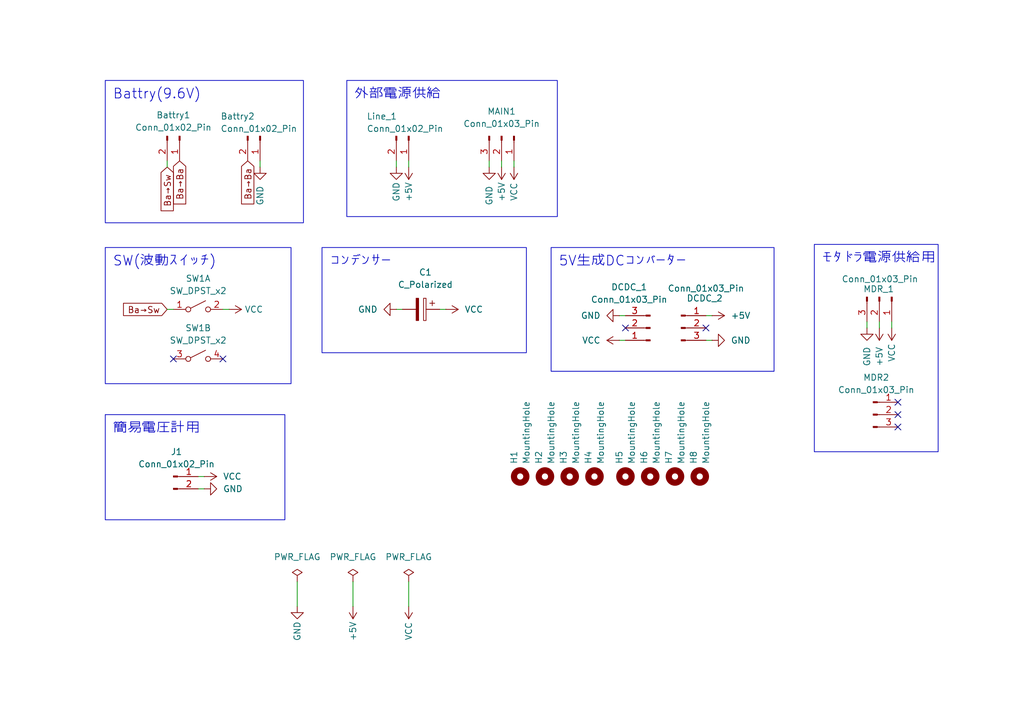
<source format=kicad_sch>
(kicad_sch (version 20250114) (generator "eeschema") (generator_version "9.0")
  (paper "A5")
  (lib_symbols
    (symbol "Connector:Conn_01x02_Pin" (pin_names (offset 1.016) (hide yes))
      (property "Reference" "J" (at 0 2.54 0))
      (property "Value" "Conn_01x02_Pin" (at 0 -5.08 0))
      (symbol "Conn_01x02_Pin_1_1"
        (rectangle (start 0.8636 0.127) (end 0 -0.127) (stroke (width 0.1524)) (fill (type outline)))
        (rectangle (start 0.8636 -2.413) (end 0 -2.667) (stroke (width 0.1524)) (fill (type outline)))
        (polyline (pts (xy 1.27 0) (xy 0.8636 0)) (stroke (width 0.1524)))
        (polyline (pts (xy 1.27 -2.54) (xy 0.8636 -2.54)) (stroke (width 0.1524)))
        (pin passive line (at 5.08 0 180) (length 3.81) (name "Pin_1") (number "1"))
        (pin passive line (at 5.08 -2.54 180) (length 3.81) (name "Pin_2") (number "2"))
      )
    )
    (symbol "Connector:Conn_01x03_Pin" (pin_names (offset 1.016) (hide yes))
      (property "Reference" "J" (at 0 5.08 0))
      (property "Value" "Conn_01x03_Pin" (at 0 -5.08 0))
      (symbol "Conn_01x03_Pin_1_1"
        (rectangle (start 0.8636 2.667) (end 0 2.413) (stroke (width 0.1524)) (fill (type outline)))
        (rectangle (start 0.8636 0.127) (end 0 -0.127) (stroke (width 0.1524)) (fill (type outline)))
        (rectangle (start 0.8636 -2.413) (end 0 -2.667) (stroke (width 0.1524)) (fill (type outline)))
        (polyline (pts (xy 1.27 2.54) (xy 0.8636 2.54)) (stroke (width 0.1524)))
        (polyline (pts (xy 1.27 0) (xy 0.8636 0)) (stroke (width 0.1524)))
        (polyline (pts (xy 1.27 -2.54) (xy 0.8636 -2.54)) (stroke (width 0.1524)))
        (pin passive line (at 5.08 2.54 180) (length 3.81) (name "Pin_1") (number "1"))
        (pin passive line (at 5.08 0 180) (length 3.81) (name "Pin_2") (number "2"))
        (pin passive line (at 5.08 -2.54 180) (length 3.81) (name "Pin_3") (number "3"))
      )
    )
    (symbol "Device:C_Polarized" (pin_numbers (hide yes)) (pin_names (offset 0.254))
      (property "Reference" "C" (at 0.635 2.54 0))
      (property "Value" "C_Polarized" (at 0.635 -2.54 0))
      (symbol "C_Polarized_0_1"
        (rectangle (start -2.286 0.508) (end 2.286 1.016))
        (polyline (pts (xy -1.778 2.286) (xy -0.762 2.286)))
        (polyline (pts (xy -1.27 2.794) (xy -1.27 1.778)))
        (rectangle (start 2.286 -0.508) (end -2.286 -1.016) (fill (type outline)))
      )
      (symbol "C_Polarized_1_1"
        (pin passive line (at 0 3.81 270) (length 2.794) (name "~") (number "1"))
        (pin passive line (at 0 -3.81 90) (length 2.794) (name "~") (number "2"))
      )
    )
    (symbol "Mechanical:MountingHole" (pin_names (offset 1.016)) (exclude_from_sim yes) (in_bom no)
      (property "Reference" "H" (at 0 5.08 0))
      (property "Value" "MountingHole" (at 0 3.175 0))
      (symbol "MountingHole_0_1"
        (circle (center 0 0) (radius 1.27) (stroke (width 1.27)))
      )
    )
    (symbol "Switch:SW_DPST_x2" (pin_names (offset 0) (hide yes))
      (property "Reference" "SW" (at 0 3.175 0))
      (property "Value" "SW_DPST_x2" (at 0 -2.54 0))
      (symbol "SW_DPST_x2_0_0"
        (circle (center -2.032 0) (radius 0.508))
        (polyline (pts (xy -1.524 0.254) (xy 1.524 1.778)))
        (circle (center 2.032 0) (radius 0.508))
      )
      (symbol "SW_DPST_x2_1_1"
        (pin passive line (at -5.08 0 0) (length 2.54) (name "A") (number "1"))
        (pin passive line (at 5.08 0 180) (length 2.54) (name "B") (number "2"))
      )
      (symbol "SW_DPST_x2_2_1"
        (pin passive line (at -5.08 0 0) (length 2.54) (name "A") (number "3"))
        (pin passive line (at 5.08 0 180) (length 2.54) (name "B") (number "4"))
      )
    )
    (symbol "power:+5V" (power) (pin_numbers (hide yes)) (pin_names (offset 0) (hide yes))
      (property "Value" "+5V" (at 0 3.556 0))
      (symbol "+5V_0_1"
        (polyline (pts (xy -0.762 1.27) (xy 0 2.54)))
        (polyline (pts (xy 0 2.54) (xy 0.762 1.27)))
        (polyline (pts (xy 0 0) (xy 0 2.54)))
      )
      (symbol "+5V_1_1"
        (pin power_in line (at 0 0 90) (length 0) (name "~") (number "1"))
      )
    )
    (symbol "power:GND" (power) (pin_numbers (hide yes)) (pin_names (offset 0) (hide yes))
      (property "Value" "GND" (at 0 -3.81 0))
      (symbol "GND_0_1"
        (polyline (pts (xy 0 0) (xy 0 -1.27) (xy 1.27 -1.27) (xy 0 -2.54) (xy -1.27 -1.27) (xy 0 -1.27)))
      )
      (symbol "GND_1_1"
        (pin power_in line (at 0 0 270) (length 0) (name "~") (number "1"))
      )
    )
    (symbol "power:PWR_FLAG" (power) (pin_numbers (hide yes)) (pin_names (offset 0) (hide yes))
      (property "Value" "PWR_FLAG" (at 0 3.81 0))
      (symbol "PWR_FLAG_0_0"
        (pin power_out line (at 0 0 90) (length 0) (name "~") (number "1"))
      )
      (symbol "PWR_FLAG_0_1"
        (polyline (pts (xy 0 0) (xy 0 1.27) (xy -1.016 1.905) (xy 0 2.54) (xy 1.016 1.905) (xy 0 1.27)))
      )
    )
    (symbol "power:VCC" (power) (pin_numbers (hide yes)) (pin_names (offset 0) (hide yes))
      (property "Value" "VCC" (at 0 3.556 0))
      (symbol "VCC_0_1"
        (polyline (pts (xy -0.762 1.27) (xy 0 2.54)))
        (polyline (pts (xy 0 2.54) (xy 0.762 1.27)))
        (polyline (pts (xy 0 0) (xy 0 2.54)))
      )
      (symbol "VCC_1_1"
        (pin power_in line (at 0 0 90) (length 0) (name "~") (number "1"))
      )
    )
  )
  (text_box "5V生成DCコンバーター" (at 113.03 50.8 0) (size 45.72 25.4) (margins 1.5 1.5 1.5 1.5) (effects (font (size 2 2)) (justify left top)))
  (text_box "簡易電圧計用" (at 21.59 85.09 0) (size 36.83 21.59) (margins 1.5 1.5 1.5 1.5) (effects (font (size 2 2)) (justify left top)))
  (text_box "外部電源供給" (at 71.12 16.51 0) (size 43.18 27.94) (margins 1.5 1.5 1.5 1.5) (effects (font (size 2 2)) (justify left top)))
  (text_box "SW(波動スイッチ)" (at 21.59 50.8 0) (size 38.1 27.94) (margins 1.5 1.5 1.5 1.5) (effects (font (size 2 2)) (justify left top)))
  (text_box "Battry(9.6V)" (at 21.59 16.51 0) (size 40.64 29.21) (margins 1.5 1.5 1.5 1.5) (effects (font (size 2 2)) (justify left top)))
  (text_box "モタドラ電源供給用" (at 167.005 50.165 0) (size 25.4 42.545) (margins 1.5 1.5 1.5 1.5) (effects (font (size 2 2)) (justify left top)))
  (text_box "コンデンサー" (at 66.04 50.8 0) (size 41.91 21.59) (margins 1.5 1.5 1.5 1.5) (effects (font (size 2 2)) (justify left top)))
  (no_connect (at 184.15 82.55))
  (no_connect (at 35.56 73.66))
  (no_connect (at 144.78 67.31))
  (no_connect (at 128.27 67.31))
  (no_connect (at 184.15 85.09))
  (no_connect (at 45.72 73.66))
  (no_connect (at 184.15 87.63))
  (wire (pts (xy 182.88 67.31) (xy 182.88 66.04)))
  (wire (pts (xy 146.05 69.85) (xy 144.78 69.85)))
  (wire (pts (xy 102.87 33.02) (xy 102.87 34.29)))
  (wire (pts (xy 72.39 119.38) (xy 72.39 124.46)))
  (wire (pts (xy 34.29 34.29) (xy 34.29 33.02)))
  (wire (pts (xy 41.91 97.79) (xy 40.64 97.79)))
  (wire (pts (xy 83.82 33.02) (xy 83.82 34.29)))
  (wire (pts (xy 91.44 63.5) (xy 90.17 63.5)))
  (wire (pts (xy 105.41 33.02) (xy 105.41 34.29)))
  (wire (pts (xy 81.28 33.02) (xy 81.28 34.29)))
  (wire (pts (xy 81.28 63.5) (xy 82.55 63.5)))
  (wire (pts (xy 60.96 119.38) (xy 60.96 124.46)))
  (wire (pts (xy 45.72 63.5) (xy 46.99 63.5)))
  (wire (pts (xy 146.05 64.77) (xy 144.78 64.77)))
  (wire (pts (xy 34.29 63.5) (xy 35.56 63.5)))
  (wire (pts (xy 53.34 33.02) (xy 53.34 34.29)))
  (wire (pts (xy 177.8 67.31) (xy 177.8 66.04)))
  (wire (pts (xy 127 64.77) (xy 128.27 64.77)))
  (wire (pts (xy 100.33 33.02) (xy 100.33 34.29)))
  (wire (pts (xy 180.34 67.31) (xy 180.34 66.04)))
  (wire (pts (xy 127 69.85) (xy 128.27 69.85)))
  (wire (pts (xy 41.91 100.33) (xy 40.64 100.33)))
  (wire (pts (xy 83.82 119.38) (xy 83.82 124.46)))
  (global_label "Ba→Sw" (shape input) (at 34.29 63.5 180) (property "Intersheetrefs" "${INTERSHEET_REFS}" (effects (hide yes))))
  (global_label "Ba→Ba" (shape input) (at 50.8 33.02 270) (property "Intersheetrefs" "${INTERSHEET_REFS}" (effects (hide yes))))
  (global_label "Ba→Sw" (shape input) (at 34.29 34.29 270) (property "Intersheetrefs" "${INTERSHEET_REFS}" (effects (hide yes))))
  (global_label "Ba→Ba" (shape input) (at 36.83 33.02 270) (property "Intersheetrefs" "${INTERSHEET_REFS}" (effects (hide yes))))
  (symbol (lib_id "Switch:SW_DPST_x2") (at 40.64 63.5 0) (unit 1)
    (property "Reference" "SW1" (at 40.64 57.15 0))
    (property "Value" "SW_DPST_x2" (at 40.64 59.69 0))
    (property "Footprint" "Connector_AMASS:AMASS_XT30U-M_1x02_P5.0mm_Vertical" (effects (hide yes)))
    (property "Description" "Single Pole Single Throw (SPST) switch, separate symbol" (effects (hide yes)))
  )
  (symbol (lib_id "power:+5V") (at 83.82 34.29 180) (unit 1)
    (property "Reference" "#PWR06" (effects (hide yes)))
    (property "Value" "+5V" (at 83.82 39.37 90))
    (property "Description" "Power symbol creates a global label with name \"+5V\"" (effects (hide yes)))
  )
  (symbol (lib_id "Connector:Conn_01x03_Pin") (at 179.07 85.09 0) (unit 1)
    (property "Reference" "MDR2" (at 179.705 77.47 0))
    (property "Value" "Conn_01x03_Pin" (at 179.705 80.01 0))
    (property "Footprint" "Connector_JST:JST_XH_B3B-XH-A_1x03_P2.50mm_Vertical" (effects (hide yes)))
    (property "Description" "Generic connector, single row, 01x03, script generated" (effects (hide yes)))
  )
  (symbol (lib_id "Connector:Conn_01x02_Pin") (at 36.83 27.94 270) (unit 1)
    (property "Reference" "Battry1" (at 35.56 23.622 90))
    (property "Value" "Conn_01x02_Pin" (at 35.56 26.162 90))
    (property "Footprint" "Connector_AMASS:AMASS_XT30U-M_1x02_P5.0mm_Vertical" (effects (hide yes)))
    (property "Description" "Generic connector, single row, 01x02, script generated" (effects (hide yes)))
  )
  (symbol (lib_id "Connector:Conn_01x03_Pin") (at 133.35 67.31 180) (unit 1)
    (property "Reference" "DCDC_1" (at 129.032 58.928 0))
    (property "Value" "Conn_01x03_Pin" (at 129.032 61.468 0))
    (property "Footprint" "Connector_PinSocket_2.54mm:PinSocket_1x03_P2.54mm_Vertical" (effects (hide yes)))
    (property "Description" "Generic connector, single row, 01x03, script generated" (effects (hide yes)))
  )
  (symbol (lib_id "Mechanical:MountingHole") (at 106.68 97.79 90) (unit 1) (exclude_from_sim yes) (in_bom no)
    (property "Reference" "H1" (at 105.4099 95.25 0) (effects (justify left)))
    (property "Value" "MountingHole" (at 107.9499 95.25 0) (effects (justify left)))
    (property "Footprint" "MountingHole:MountingHole_3.2mm_M3" (effects (hide yes)))
    (property "Description" "Mounting Hole without connection" (effects (hide yes)))
  )
  (symbol (lib_id "power:+5V") (at 146.05 64.77 270) (unit 1)
    (property "Reference" "#PWR019" (effects (hide yes)))
    (property "Value" "+5V" (at 149.86 64.7699 90) (effects (justify left)))
    (property "Description" "Power symbol creates a global label with name \"+5V\"" (effects (hide yes)))
  )
  (symbol (lib_id "power:VCC") (at 127 69.85 90) (unit 1)
    (property "Reference" "#PWR02" (effects (hide yes)))
    (property "Value" "VCC" (at 123.19 69.8501 90) (effects (justify left)))
    (property "Description" "Power symbol creates a global label with name \"VCC\"" (effects (hide yes)))
  )
  (symbol (lib_id "Mechanical:MountingHole") (at 128.27 97.79 90) (unit 1) (exclude_from_sim yes) (in_bom no)
    (property "Reference" "H5" (at 126.9999 95.25 0) (effects (justify left)))
    (property "Value" "MountingHole" (at 129.5399 95.25 0) (effects (justify left)))
    (property "Footprint" "MountingHole:MountingHole_3.2mm_M3" (effects (hide yes)))
    (property "Description" "Mounting Hole without connection" (effects (hide yes)))
  )
  (symbol (lib_id "power:VCC") (at 46.99 63.5 270) (unit 1)
    (property "Reference" "#PWR017" (effects (hide yes)))
    (property "Value" "VCC" (at 52.07 63.5 90))
    (property "Description" "Power symbol creates a global label with name \"VCC\"" (effects (hide yes)))
  )
  (symbol (lib_id "Mechanical:MountingHole") (at 111.76 97.79 90) (unit 1) (exclude_from_sim yes) (in_bom no)
    (property "Reference" "H2" (at 110.4899 95.25 0) (effects (justify left)))
    (property "Value" "MountingHole" (at 113.0299 95.25 0) (effects (justify left)))
    (property "Footprint" "MountingHole:MountingHole_3.2mm_M3" (effects (hide yes)))
    (property "Description" "Mounting Hole without connection" (effects (hide yes)))
  )
  (symbol (lib_id "Mechanical:MountingHole") (at 116.84 97.79 90) (unit 1) (exclude_from_sim yes) (in_bom no)
    (property "Reference" "H3" (at 115.5699 95.25 0) (effects (justify left)))
    (property "Value" "MountingHole" (at 118.1099 95.25 0) (effects (justify left)))
    (property "Footprint" "MountingHole:MountingHole_3.2mm_M3" (effects (hide yes)))
    (property "Description" "Mounting Hole without connection" (effects (hide yes)))
  )
  (symbol (lib_id "Device:C_Polarized") (at 86.36 63.5 270) (unit 1)
    (property "Reference" "C1" (at 87.249 55.88 90))
    (property "Value" "C_Polarized" (at 87.249 58.42 90))
    (property "Footprint" "Capacitor_SMD:CP_Elec_10x10.5" (effects (hide yes)))
    (property "Description" "Polarized capacitor" (effects (hide yes)))
  )
  (symbol (lib_id "power:GND") (at 100.33 34.29 0) (unit 1)
    (property "Reference" "#PWR07" (effects (hide yes)))
    (property "Value" "GND" (at 100.3301 38.1 90) (effects (justify right)))
    (property "Description" "Power symbol creates a global label with name \"GND\" , ground" (effects (hide yes)))
  )
  (symbol (lib_id "power:GND") (at 41.91 100.33 90) (unit 1)
    (property "Reference" "#PWR014" (effects (hide yes)))
    (property "Value" "GND" (at 45.72 100.3299 90) (effects (justify right)))
    (property "Description" "Power symbol creates a global label with name \"GND\" , ground" (effects (hide yes)))
  )
  (symbol (lib_id "power:GND") (at 127 64.77 270) (unit 1)
    (property "Reference" "#PWR020" (effects (hide yes)))
    (property "Value" "GND" (at 123.19 64.7701 90) (effects (justify right)))
    (property "Description" "Power symbol creates a global label with name \"GND\" , ground" (effects (hide yes)))
  )
  (symbol (lib_id "Connector:Conn_01x02_Pin") (at 35.56 97.79 0) (unit 1)
    (property "Reference" "J1" (at 36.195 92.71 0))
    (property "Value" "Conn_01x02_Pin" (at 36.195 95.25 0))
    (property "Footprint" "Connector_PinHeader_2.54mm:PinHeader_1x02_P2.54mm_Vertical" (effects (hide yes)))
    (property "Description" "Generic connector, single row, 01x02, script generated" (effects (hide yes)))
  )
  (symbol (lib_id "power:+5V") (at 102.87 34.29 180) (unit 1)
    (property "Reference" "#PWR011" (effects (hide yes)))
    (property "Value" "+5V" (at 102.87 39.37 90))
    (property "Description" "Power symbol creates a global label with name \"+5V\"" (effects (hide yes)))
  )
  (symbol (lib_id "power:GND") (at 53.34 34.29 0) (unit 1)
    (property "Reference" "#PWR03" (effects (hide yes)))
    (property "Value" "GND" (at 53.3401 38.1 90) (effects (justify right)))
    (property "Description" "Power symbol creates a global label with name \"GND\" , ground" (effects (hide yes)))
  )
  (symbol (lib_id "power:+5V") (at 180.34 67.31 180) (unit 1)
    (property "Reference" "#PWR04" (effects (hide yes)))
    (property "Value" "+5V" (at 180.3399 71.12 90) (effects (justify left)))
    (property "Description" "Power symbol creates a global label with name \"+5V\"" (effects (hide yes)))
  )
  (symbol (lib_id "power:+5V") (at 72.39 124.46 180) (unit 1)
    (property "Reference" "#PWR010" (effects (hide yes)))
    (property "Value" "+5V" (at 72.39 129.54 90))
    (property "Description" "Power symbol creates a global label with name \"+5V\"" (effects (hide yes)))
  )
  (symbol (lib_id "power:PWR_FLAG") (at 83.82 119.38 0) (unit 1)
    (property "Reference" "#FLG03" (effects (hide yes)))
    (property "Value" "PWR_FLAG" (at 83.82 114.3 0))
    (property "Description" "Special symbol for telling ERC where power comes from" (effects (hide yes)))
  )
  (symbol (lib_id "Connector:Conn_01x02_Pin") (at 83.82 27.94 270) (unit 1)
    (property "Reference" "Line_1" (at 75.184 23.876 90) (effects (justify left)))
    (property "Value" "Conn_01x02_Pin" (at 75.184 26.416 90) (effects (justify left)))
    (property "Footprint" "Connector_JST:JST_XH_S2B-XH-A_1x02_P2.50mm_Horizontal" (effects (hide yes)))
    (property "Description" "Generic connector, single row, 01x02, script generated" (effects (hide yes)))
  )
  (symbol (lib_id "Connector:Conn_01x03_Pin") (at 139.7 67.31 0) (unit 1)
    (property "Reference" "DCDC_2" (at 144.526 61.214 0))
    (property "Value" "Conn_01x03_Pin" (at 144.78 59.182 0))
    (property "Footprint" "Connector_PinSocket_2.54mm:PinSocket_1x03_P2.54mm_Vertical" (effects (hide yes)))
    (property "Description" "Generic connector, single row, 01x03, script generated" (effects (hide yes)))
  )
  (symbol (lib_id "power:PWR_FLAG") (at 60.96 119.38 0) (unit 1)
    (property "Reference" "#FLG01" (effects (hide yes)))
    (property "Value" "PWR_FLAG" (at 60.96 114.3 0))
    (property "Description" "Special symbol for telling ERC where power comes from" (effects (hide yes)))
  )
  (symbol (lib_id "Connector:Conn_01x02_Pin") (at 53.34 27.94 270) (unit 1)
    (property "Reference" "Battry2" (at 45.212 23.876 90) (effects (justify left)))
    (property "Value" "Conn_01x02_Pin" (at 45.212 26.416 90) (effects (justify left)))
    (property "Footprint" "Connector_AMASS:AMASS_XT30U-M_1x02_P5.0mm_Vertical" (effects (hide yes)))
    (property "Description" "Generic connector, single row, 01x02, script generated" (effects (hide yes)))
  )
  (symbol (lib_id "Switch:SW_DPST_x2") (at 40.64 73.66 0) (unit 2)
    (property "Reference" "SW1" (at 40.64 67.31 0))
    (property "Value" "SW_DPST_x2" (at 40.64 69.85 0))
    (property "Footprint" "Connector_AMASS:AMASS_XT30U-M_1x02_P5.0mm_Vertical" (effects (hide yes)))
    (property "Description" "Single Pole Single Throw (SPST) switch, separate symbol" (effects (hide yes)))
  )
  (symbol (lib_id "power:VCC") (at 105.41 34.29 180) (unit 1)
    (property "Reference" "#PWR08" (effects (hide yes)))
    (property "Value" "VCC" (at 105.41 39.37 90))
    (property "Description" "Power symbol creates a global label with name \"VCC\"" (effects (hide yes)))
  )
  (symbol (lib_id "power:VCC") (at 83.82 124.46 180) (unit 1)
    (property "Reference" "#PWR012" (effects (hide yes)))
    (property "Value" "VCC" (at 83.82 129.54 90))
    (property "Description" "Power symbol creates a global label with name \"VCC\"" (effects (hide yes)))
  )
  (symbol (lib_id "power:VCC") (at 91.44 63.5 270) (unit 1)
    (property "Reference" "#PWR016" (effects (hide yes)))
    (property "Value" "VCC" (at 95.25 63.4999 90) (effects (justify left)))
    (property "Description" "Power symbol creates a global label with name \"VCC\"" (effects (hide yes)))
  )
  (symbol (lib_id "power:VCC") (at 182.88 67.31 180) (unit 1)
    (property "Reference" "#PWR018" (effects (hide yes)))
    (property "Value" "VCC" (at 182.88 72.39 90))
    (property "Description" "Power symbol creates a global label with name \"VCC\"" (effects (hide yes)))
  )
  (symbol (lib_id "power:GND") (at 60.96 124.46 0) (unit 1)
    (property "Reference" "#PWR09" (effects (hide yes)))
    (property "Value" "GND" (at 60.96 129.54 90))
    (property "Description" "Power symbol creates a global label with name \"GND\" , ground" (effects (hide yes)))
  )
  (symbol (lib_id "power:GND") (at 81.28 34.29 0) (unit 1)
    (property "Reference" "#PWR05" (effects (hide yes)))
    (property "Value" "GND" (at 81.28 39.37 90))
    (property "Description" "Power symbol creates a global label with name \"GND\" , ground" (effects (hide yes)))
  )
  (symbol (lib_id "power:GND") (at 146.05 69.85 90) (unit 1)
    (property "Reference" "#PWR01" (effects (hide yes)))
    (property "Value" "GND" (at 149.86 69.8499 90) (effects (justify right)))
    (property "Description" "Power symbol creates a global label with name \"GND\" , ground" (effects (hide yes)))
  )
  (symbol (lib_id "power:PWR_FLAG") (at 72.39 119.38 0) (unit 1)
    (property "Reference" "#FLG02" (effects (hide yes)))
    (property "Value" "PWR_FLAG" (at 72.39 114.3 0))
    (property "Description" "Special symbol for telling ERC where power comes from" (effects (hide yes)))
  )
  (symbol (lib_id "power:GND") (at 177.8 67.31 0) (unit 1)
    (property "Reference" "#PWR021" (effects (hide yes)))
    (property "Value" "GND" (at 177.7999 71.12 90) (effects (justify right)))
    (property "Description" "Power symbol creates a global label with name \"GND\" , ground" (effects (hide yes)))
  )
  (symbol (lib_id "Mechanical:MountingHole") (at 133.35 97.79 90) (unit 1) (exclude_from_sim yes) (in_bom no)
    (property "Reference" "H6" (at 132.0799 95.25 0) (effects (justify left)))
    (property "Value" "MountingHole" (at 134.6199 95.25 0) (effects (justify left)))
    (property "Footprint" "MountingHole:MountingHole_3.2mm_M3" (effects (hide yes)))
    (property "Description" "Mounting Hole without connection" (effects (hide yes)))
  )
  (symbol (lib_id "power:GND") (at 81.28 63.5 270) (unit 1)
    (property "Reference" "#PWR015" (effects (hide yes)))
    (property "Value" "GND" (at 77.47 63.4999 90) (effects (justify right)))
    (property "Description" "Power symbol creates a global label with name \"GND\" , ground" (effects (hide yes)))
  )
  (symbol (lib_id "Mechanical:MountingHole") (at 121.92 97.79 90) (unit 1) (exclude_from_sim yes) (in_bom no)
    (property "Reference" "H4" (at 120.6499 95.25 0) (effects (justify left)))
    (property "Value" "MountingHole" (at 123.1899 95.25 0) (effects (justify left)))
    (property "Footprint" "MountingHole:MountingHole_3.2mm_M3" (effects (hide yes)))
    (property "Description" "Mounting Hole without connection" (effects (hide yes)))
  )
  (symbol (lib_id "Mechanical:MountingHole") (at 143.51 97.79 90) (unit 1) (exclude_from_sim yes) (in_bom no)
    (property "Reference" "H8" (at 142.2399 95.25 0) (effects (justify left)))
    (property "Value" "MountingHole" (at 144.7799 95.25 0) (effects (justify left)))
    (property "Footprint" "MountingHole:MountingHole_3.2mm_M3" (effects (hide yes)))
    (property "Description" "Mounting Hole without connection" (effects (hide yes)))
  )
  (symbol (lib_id "Connector:Conn_01x03_Pin") (at 102.87 27.94 270) (unit 1)
    (property "Reference" "MAIN1" (at 102.87 22.86 90))
    (property "Value" "Conn_01x03_Pin" (at 102.87 25.4 90))
    (property "Footprint" "Connector_JST:JST_XH_S3B-XH-A-1_1x03_P2.50mm_Horizontal" (effects (hide yes)))
    (property "Description" "Generic connector, single row, 01x03, script generated" (effects (hide yes)))
  )
  (symbol (lib_id "Connector:Conn_01x03_Pin") (at 180.34 60.96 270) (unit 1)
    (property "Reference" "MDR_1" (at 180.213 59.309 90))
    (property "Value" "Conn_01x03_Pin" (at 180.467 57.277 90))
    (property "Footprint" "Connector_PinSocket_2.54mm:PinSocket_1x03_P2.54mm_Vertical" (effects (hide yes)))
    (property "Description" "Generic connector, single row, 01x03, script generated" (effects (hide yes)))
  )
  (symbol (lib_id "Mechanical:MountingHole") (at 138.43 97.79 90) (unit 1) (exclude_from_sim yes) (in_bom no)
    (property "Reference" "H7" (at 137.1599 95.25 0) (effects (justify left)))
    (property "Value" "MountingHole" (at 139.6999 95.25 0) (effects (justify left)))
    (property "Footprint" "MountingHole:MountingHole_3.2mm_M3" (effects (hide yes)))
    (property "Description" "Mounting Hole without connection" (effects (hide yes)))
  )
  (symbol (lib_id "power:VCC") (at 41.91 97.79 270) (unit 1)
    (property "Reference" "#PWR013" (effects (hide yes)))
    (property "Value" "VCC" (at 45.72 97.7899 90) (effects (justify left)))
    (property "Description" "Power symbol creates a global label with name \"VCC\"" (effects (hide yes)))
  )
)
</source>
